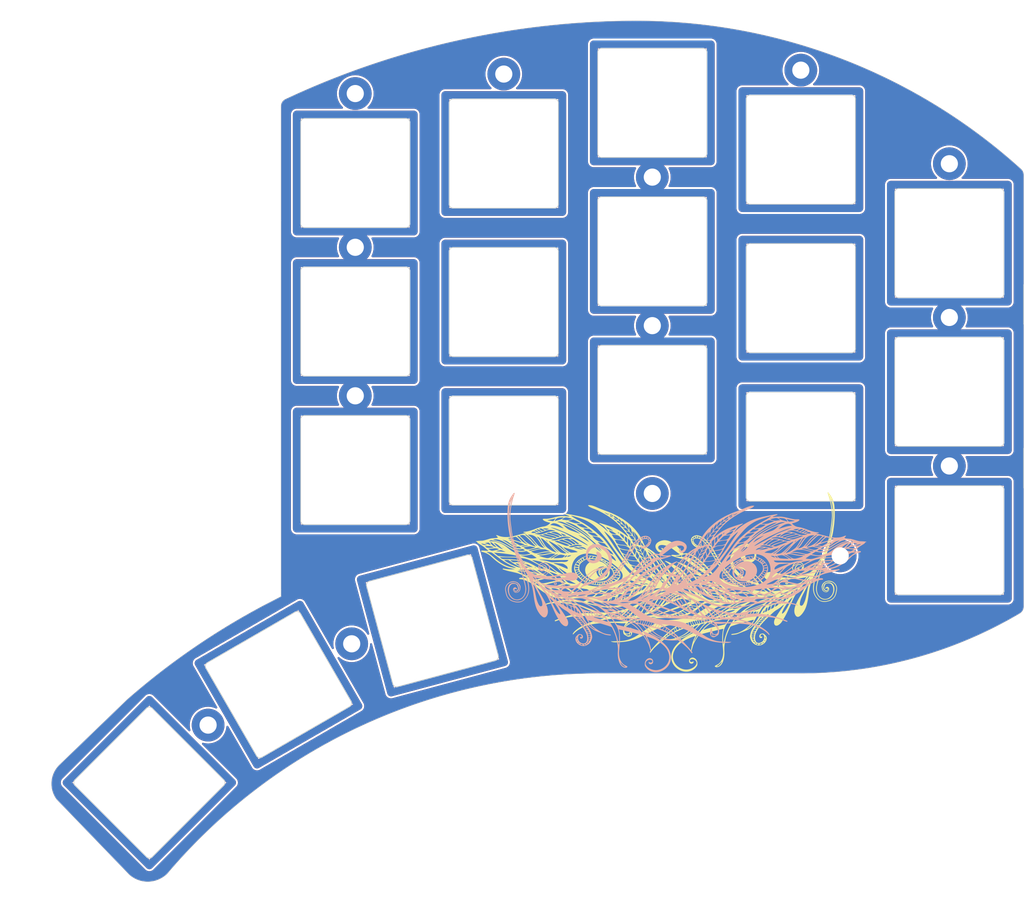
<source format=kicad_pcb>
(kicad_pcb (version 20221018) (generator pcbnew)
  (layers (0 "F.Cu" signal) (31 "B.Cu" signal) (34 "B.Paste" user) (35 "F.Paste" user) (36 "B.SilkS" user "B.Silkscreen") (37 "F.SilkS" user "F.Silkscreen") (38 "B.Mask" user) (39 "F.Mask" user) (44 "Edge.Cuts" user))
  (net 0 "")
  (footprint "tako:M2_hole_4.2mm" (layer "F.Cu") (at 140.906339 83.435489)
    (fp_text reference "H103" hide)
    (fp_text value "MountingHole" hide)
    (pad "" thru_hole circle (at 0 0) (size 4.2 4.2) (drill 2.2) (layers "*.Cu" "*.Mask"))
  )
  (footprint "tako:plate_cut_ecs_pad_NIZ" (layer "F.Cu") (at 140.906339 92.960495 90)
    (fp_text reference "SW111")
    (fp_text value "EC_SW" hide)
    (fp_rect (start -7.5 -7.5) (end 7.5 7.5) (stroke (width 1)) (fill none) (layer "F.Cu"))
    (fp_rect (start -7.5 -7.5) (end 7.5 7.5) (stroke (width 1)) (fill none) (layer "B.Cu"))
    (fp_line (start -7 -6.5) (end -7 6.5) (stroke (width 0.1)) (layer "Edge.Cuts"))
    (fp_line (start -6.5 -7) (end 6.5 -7) (stroke (width 0.1)) (layer "Edge.Cuts"))
    (fp_line (start -6.5 7) (end 6.5 7) (stroke (width 0.1)) (layer "Edge.Cuts"))
    (fp_line (start 7 -6.5) (end 7 6.5) (stroke (width 0.1)) (layer "Edge.Cuts"))
    (fp_arc (start -7 -6.5) (mid -6.853553 -6.853553) (end -6.5 -7) (stroke (width 0.1)) (layer "Edge.Cuts"))
    (fp_arc (start -6.5 7) (mid -6.853526 6.853526) (end -7 6.5) (stroke (width 0.1)) (layer "Edge.Cuts"))
    (fp_arc (start 6.5 -7) (mid 6.853524 -6.853524) (end 7 -6.5) (stroke (width 0.1)) (layer "Edge.Cuts"))
    (fp_arc (start 7 6.5) (mid 6.853553 6.853553) (end 6.5 7) (stroke (width 0.1)) (layer "Edge.Cuts"))
  )
  (footprint "tako:plate_cut_ecs_pad_NIZ" (layer "F.Cu") (at 102.806345 36.859995 90)
    (fp_text reference "SW103")
    (fp_text value "EC_SW" hide)
    (fp_rect (start -7.5 -7.5) (end 7.5 7.5) (stroke (width 1)) (fill none) (layer "F.Cu"))
    (fp_rect (start -7.5 -7.5) (end 7.5 7.5) (stroke (width 1)) (fill none) (layer "B.Cu"))
    (fp_line (start -7 -6.5) (end -7 6.5) (stroke (width 0.1)) (layer "Edge.Cuts"))
    (fp_line (start -6.5 -7) (end 6.5 -7) (stroke (width 0.1)) (layer "Edge.Cuts"))
    (fp_line (start -6.5 7) (end 6.5 7) (stroke (width 0.1)) (layer "Edge.Cuts"))
    (fp_line (start 7 -6.5) (end 7 6.5) (stroke (width 0.1)) (layer "Edge.Cuts"))
    (fp_arc (start -7 -6.5) (mid -6.853553 -6.853553) (end -6.5 -7) (stroke (width 0.1)) (layer "Edge.Cuts"))
    (fp_arc (start -6.5 7) (mid -6.853526 6.853526) (end -7 6.5) (stroke (width 0.1)) (layer "Edge.Cuts"))
    (fp_arc (start 6.5 -7) (mid 6.853524 -6.853524) (end 7 -6.5) (stroke (width 0.1)) (layer "Edge.Cuts"))
    (fp_arc (start 7 6.5) (mid 6.853553 6.853553) (end 6.5 7) (stroke (width 0.1)) (layer "Edge.Cuts"))
  )
  (footprint "tako:M2_hole_4.2mm" (layer "F.Cu") (at 140.90635 64.38549)
    (fp_text reference "H102" hide)
    (fp_text value "MountingHole" hide)
    (pad "" thru_hole circle (at 0 0) (size 4.2 4.2) (drill 2.2) (layers "*.Cu" "*.Mask"))
  )
  (footprint "tako:M2_hole_4.2mm" (layer "F.Cu") (at 45.82999 116.671093)
    (fp_text reference "H18" hide)
    (fp_text value "MountingHole" hide)
    (pad "" thru_hole circle (at 0 0) (size 4.2 4.2) (drill 2.2) (layers "*.Cu" "*.Mask"))
  )
  (footprint "tako:plate_cut_ecs_pad_NIZ" (layer "F.Cu") (at 64.706339 45.859993 90)
    (fp_text reference "SW105")
    (fp_text value "EC_SW" hide)
    (fp_rect (start -7.5 -7.5) (end 7.5 7.5) (stroke (width 1)) (fill none) (layer "F.Cu"))
    (fp_rect (start -7.5 -7.5) (end 7.5 7.5) (stroke (width 1)) (fill none) (layer "B.Cu"))
    (fp_line (start -7 -6.5) (end -7 6.5) (stroke (width 0.1)) (layer "Edge.Cuts"))
    (fp_line (start -6.5 -7) (end 6.5 -7) (stroke (width 0.1)) (layer "Edge.Cuts"))
    (fp_line (start -6.5 7) (end 6.5 7) (stroke (width 0.1)) (layer "Edge.Cuts"))
    (fp_line (start 7 -6.5) (end 7 6.5) (stroke (width 0.1)) (layer "Edge.Cuts"))
    (fp_arc (start -7 -6.5) (mid -6.853553 -6.853553) (end -6.5 -7) (stroke (width 0.1)) (layer "Edge.Cuts"))
    (fp_arc (start -6.5 7) (mid -6.853526 6.853526) (end -7 6.5) (stroke (width 0.1)) (layer "Edge.Cuts"))
    (fp_arc (start 6.5 -7) (mid 6.853524 -6.853524) (end 7 -6.5) (stroke (width 0.1)) (layer "Edge.Cuts"))
    (fp_arc (start 7 6.5) (mid 6.853553 6.853553) (end 6.5 7) (stroke (width 0.1)) (layer "Edge.Cuts"))
  )
  (footprint "tako:M2_hole_4.2mm" (layer "F.Cu") (at 64.706339 35.666056)
    (fp_text reference "H110" hide)
    (fp_text value "MountingHole" hide)
    (pad "" thru_hole circle (at 0 0) (size 4.2 4.2) (drill 2.2) (layers "*.Cu" "*.Mask"))
  )
  (footprint "tako:plate_cut_ecs_pad_NIZ" (layer "F.Cu") (at 83.75634 43.360003 90)
    (fp_text reference "SW104")
    (fp_text value "EC_SW" hide)
    (fp_rect (start -7.5 -7.5) (end 7.5 7.5) (stroke (width 1)) (fill none) (layer "F.Cu"))
    (fp_rect (start -7.5 -7.5) (end 7.5 7.5) (stroke (width 1)) (fill none) (layer "B.Cu"))
    (fp_line (start -7 -6.5) (end -7 6.5) (stroke (width 0.1)) (layer "Edge.Cuts"))
    (fp_line (start -6.5 -7) (end 6.5 -7) (stroke (width 0.1)) (layer "Edge.Cuts"))
    (fp_line (start -6.5 7) (end 6.5 7) (stroke (width 0.1)) (layer "Edge.Cuts"))
    (fp_line (start 7 -6.5) (end 7 6.5) (stroke (width 0.1)) (layer "Edge.Cuts"))
    (fp_arc (start -7 -6.5) (mid -6.853553 -6.853553) (end -6.5 -7) (stroke (width 0.1)) (layer "Edge.Cuts"))
    (fp_arc (start -6.5 7) (mid -6.853526 6.853526) (end -7 6.5) (stroke (width 0.1)) (layer "Edge.Cuts"))
    (fp_arc (start 6.5 -7) (mid 6.853524 -6.853524) (end 7 -6.5) (stroke (width 0.1)) (layer "Edge.Cuts"))
    (fp_arc (start 7 6.5) (mid 6.853553 6.853553) (end 6.5 7) (stroke (width 0.1)) (layer "Edge.Cuts"))
  )
  (footprint "tako:M2_hole_4.2mm" (layer "F.Cu") (at 102.806338 86.959989)
    (fp_text reference "H108" hide)
    (fp_text value "MountingHole" hide)
    (pad "" thru_hole circle (at 0 0) (size 4.2 4.2) (drill 2.2) (layers "*.Cu" "*.Mask"))
  )
  (footprint "tako:plate_cut_ecs_pad_NIZ" (layer "F.Cu") (at 38.296377 124.047384 -135)
    (fp_text reference "SW116")
    (fp_text value "EC_SW" hide)
    (fp_rect (start -7.5 -7.5) (end 7.5 7.5) (stroke (width 1)) (fill none) (layer "F.Cu"))
    (fp_rect (start -7.5 -7.5) (end 7.5 7.5) (stroke (width 1)) (fill none) (layer "B.Cu"))
    (fp_line (start -7 -6.5) (end -7 6.5) (stroke (width 0.1)) (layer "Edge.Cuts"))
    (fp_line (start -6.5 -7) (end 6.5 -7) (stroke (width 0.1)) (layer "Edge.Cuts"))
    (fp_line (start -6.5 7) (end 6.5 7) (stroke (width 0.1)) (layer "Edge.Cuts"))
    (fp_line (start 7 -6.5) (end 7 6.5) (stroke (width 0.1)) (layer "Edge.Cuts"))
    (fp_arc (start -7 -6.5) (mid -6.853553 -6.853553) (end -6.5 -7) (stroke (width 0.1)) (layer "Edge.Cuts"))
    (fp_arc (start -6.5 7) (mid -6.853525 6.853526) (end -7 6.5) (stroke (width 0.1)) (layer "Edge.Cuts"))
    (fp_arc (start 6.5 -7) (mid 6.853524 -6.853524) (end 7 -6.5) (stroke (width 0.1)) (layer "Edge.Cuts"))
    (fp_arc (start 7 6.5) (mid 6.853554 6.853553) (end 6.5 7) (stroke (width 0.1)) (layer "Edge.Cuts"))
  )
  (footprint "tako:M2_hole_4.2mm" (layer "F.Cu") (at 126.906338 94.960499)
    (fp_text reference "H105" hide)
    (fp_text value "MountingHole" hide)
    (pad "" thru_hole circle (at 0 0) (size 4.2 4.2) (drill 2.2) (layers "*.Cu" "*.Mask"))
  )
  (footprint "tako:M2_hole_4.2mm" (layer "F.Cu") (at 64.706342 74.434994)
    (fp_text reference "H112" hide)
    (fp_text value "MountingHole" hide)
    (pad "" thru_hole circle (at 0 0) (size 4.2 4.2) (drill 2.2) (layers "*.Cu" "*.Mask"))
  )
  (footprint "tako:M2_hole_4.2mm" (layer "F.Cu") (at 64.24799 106.243093 -22.5)
    (fp_text reference "H113" hide)
    (fp_text value "MountingHole" hide)
    (pad "" thru_hole circle (at 0 0 337.5) (size 4.2 4.2) (drill 2.2) (layers "*.Cu" "*.Mask"))
  )
  (footprint "tako:M2_hole_4.2mm" (layer "F.Cu") (at 121.85634 32.666056)
    (fp_text reference "H104" hide)
    (fp_text value "MountingHole" hide)
    (pad "" thru_hole circle (at 0 0) (size 4.2 4.2) (drill 2.2) (layers "*.Cu" "*.Mask"))
  )
  (footprint "tako:M2_hole_4.2mm" (layer "F.Cu") (at 102.806347 65.434996)
    (fp_text reference "H107" hide)
    (fp_text value "MountingHole" hide)
    (pad "" thru_hole circle (at 0 0) (size 4.2 4.2) (drill 2.2) (layers "*.Cu" "*.Mask"))
  )
  (footprint "personal-logo:peacock-medium" (layer "F.Cu") (at 105.251834 98.289598 105)
    (fp_text reference "L1" (at 0 0 105) (layer "F.SilkS") (effects (font (size 1.524 1.524) (thickness 0.3))))
    (fp_text value "Art" hide)
  )
  (footprint "tako:plate_cut_ecs_pad_NIZ" (layer "F.Cu") (at 83.756343 81.459993 90)
    (fp_text reference "SW114")
    (fp_text value "EC_SW" hide)
    (fp_rect (start -7.5 -7.5) (end 7.5 7.5) (stroke (width 1)) (fill none) (layer "F.Cu"))
    (fp_rect (start -7.5 -7.5) (end 7.5 7.5) (stroke (width 1)) (fill none) (layer "B.Cu"))
    (fp_line (start -7 -6.5) (end -7 6.5) (stroke (width 0.1)) (layer "Edge.Cuts"))
    (fp_line (start -6.5 -7) (end 6.5 -7) (stroke (width 0.1)) (layer "Edge.Cuts"))
    (fp_line (start -6.5 7) (end 6.5 7) (stroke (width 0.1)) (layer "Edge.Cuts"))
    (fp_line (start 7 -6.5) (end 7 6.5) (stroke (width 0.1)) (layer "Edge.Cuts"))
    (fp_arc (start -7 -6.5) (mid -6.853553 -6.853553) (end -6.5 -7) (stroke (width 0.1)) (layer "Edge.Cuts"))
    (fp_arc (start -6.5 7) (mid -6.853526 6.853526) (end -7 6.5) (stroke (width 0.1)) (layer "Edge.Cuts"))
    (fp_arc (start 6.5 -7) (mid 6.853524 -6.853524) (end 7 -6.5) (stroke (width 0.1)) (layer "Edge.Cuts"))
    (fp_arc (start 7 6.5) (mid 6.853553 6.853553) (end 6.5 7) (stroke (width 0.1)) (layer "Edge.Cuts"))
  )
  (footprint "tako:plate_cut_ecs_pad_NIZ" (layer "F.Cu") (at 121.856339 61.910496 90)
    (fp_text reference "SW107")
    (fp_text value "EC_SW" hide)
    (fp_rect (start -7.5 -7.5) (end 7.5 7.5) (stroke (width 1)) (fill none) (layer "F.Cu"))
    (fp_rect (start -7.5 -7.5) (end 7.5 7.5) (stroke (width 1)) (fill none) (layer "B.Cu"))
    (fp_line (start -7 -6.5) (end -7 6.5) (stroke (width 0.1)) (layer "Edge.Cuts"))
    (fp_line (start -6.5 -7) (end 6.5 -7) (stroke (width 0.1)) (layer "Edge.Cuts"))
    (fp_line (start -6.5 7) (end 6.5 7) (stroke (width 0.1)) (layer "Edge.Cuts"))
    (fp_line (start 7 -6.5) (end 7 6.5) (stroke (width 0.1)) (layer "Edge.Cuts"))
    (fp_arc (start -7 -6.5) (mid -6.853553 -6.853553) (end -6.5 -7) (stroke (width 0.1)) (layer "Edge.Cuts"))
    (fp_arc (start -6.5 7) (mid -6.853526 6.853526) (end -7 6.5) (stroke (width 0.1)) (layer "Edge.Cuts"))
    (fp_arc (start 6.5 -7) (mid 6.853524 -6.853524) (end 7 -6.5) (stroke (width 0.1)) (layer "Edge.Cuts"))
    (fp_arc (start 7 6.5) (mid 6.853553 6.853553) (end 6.5 7) (stroke (width 0.1)) (layer "Edge.Cuts"))
  )
  (footprint "tako:plate_cut_ecs_pad_NIZ" (layer "F.Cu") (at 121.856343 42.860499 90)
    (fp_text reference "SW102")
    (fp_text value "EC_SW" hide)
    (fp_rect (start -7.5 -7.5) (end 7.5 7.5) (stroke (width 1)) (fill none) (layer "F.Cu"))
    (fp_rect (start -7.5 -7.5) (end 7.5 7.5) (stroke (width 1)) (fill none) (layer "B.Cu"))
    (fp_line (start -7 -6.5) (end -7 6.5) (stroke (width 0.1)) (layer "Edge.Cuts"))
    (fp_line (start -6.5 -7) (end 6.5 -7) (stroke (width 0.1)) (layer "Edge.Cuts"))
    (fp_line (start -6.5 7) (end 6.5 7) (stroke (width 0.1)) (layer "Edge.Cuts"))
    (fp_line (start 7 -6.5) (end 7 6.5) (stroke (width 0.1)) (layer "Edge.Cuts"))
    (fp_arc (start -7 -6.5) (mid -6.853553 -6.853553) (end -6.5 -7) (stroke (width 0.1)) (layer "Edge.Cuts"))
    (fp_arc (start -6.5 7) (mid -6.853526 6.853526) (end -7 6.5) (stroke (width 0.1)) (layer "Edge.Cuts"))
    (fp_arc (start 6.5 -7) (mid 6.853524 -6.853524) (end 7 -6.5) (stroke (width 0.1)) (layer "Edge.Cuts"))
    (fp_arc (start 7 6.5) (mid 6.853553 6.853553) (end 6.5 7) (stroke (width 0.1)) (layer "Edge.Cuts"))
  )
  (footprint "tako:M2_hole_4.2mm" (layer "F.Cu") (at 140.906345 44.666058)
    (fp_text reference "H101" hide)
    (fp_text value "MountingHole" hide)
    (pad "" thru_hole circle (at 0 0) (size 4.2 4.2) (drill 2.2) (layers "*.Cu" "*.Mask"))
  )
  (footprint "tako:plate_cut_ecs_pad_NIZ" (layer "F.Cu") (at 74.603297 103.300695 -165)
    (fp_text reference "SW118")
    (fp_text value "EC_SW" hide)
    (fp_rect (start -7.5 -7.5) (end 7.5 7.5) (stroke (width 1)) (fill none) (layer "F.Cu"))
    (fp_rect (start -7.5 -7.5) (end 7.5 7.5) (stroke (width 1)) (fill none) (layer "B.Cu"))
    (fp_line (start -7 -6.5) (end -7 6.5) (stroke (width 0.1)) (layer "Edge.Cuts"))
    (fp_line (start -6.5 -7) (end 6.5 -7) (stroke (width 0.1)) (layer "Edge.Cuts"))
    (fp_line (start -6.5 7) (end 6.5 7) (stroke (width 0.1)) (layer "Edge.Cuts"))
    (fp_line (start 7 -6.5) (end 7 6.5) (stroke (width 0.1)) (layer "Edge.Cuts"))
    (fp_arc (start -7 -6.5) (mid -6.853554 -6.853553) (end -6.5 -7) (stroke (width 0.1)) (layer "Edge.Cuts"))
    (fp_arc (start -6.5 7) (mid -6.853525 6.853526) (end -7 6.5) (stroke (width 0.1)) (layer "Edge.Cuts"))
    (fp_arc (start 6.5 -7) (mid 6.853524 -6.853524) (end 7 -6.5) (stroke (width 0.1)) (layer "Edge.Cuts"))
    (fp_arc (start 7 6.5) (mid 6.853553 6.853553) (end 6.5 7) (stroke (width 0.1)) (layer "Edge.Cuts"))
  )
  (footprint "tako:plate_cut_ecs_pad_NIZ" (layer "F.Cu") (at 83.756338 62.409992 90)
    (fp_text reference "SW109")
    (fp_text value "EC_SW" hide)
    (fp_rect (start -7.5 -7.5) (end 7.5 7.5) (stroke (width 1)) (fill none) (layer "F.Cu"))
    (fp_rect (start -7.5 -7.5) (end 7.5 7.5) (stroke (width 1)) (fill none) (layer "B.Cu"))
    (fp_line (start -7 -6.5) (end -7 6.5) (stroke (width 0.1)) (layer "Edge.Cuts"))
    (fp_line (start -6.5 -7) (end 6.5 -7) (stroke (width 0.1)) (layer "Edge.Cuts"))
    (fp_line (start -6.5 7) (end 6.5 7) (stroke (width 0.1)) (layer "Edge.Cuts"))
    (fp_line (start 7 -6.5) (end 7 6.5) (stroke (width 0.1)) (layer "Edge.Cuts"))
    (fp_arc (start -7 -6.5) (mid -6.853553 -6.853553) (end -6.5 -7) (stroke (width 0.1)) (layer "Edge.Cuts"))
    (fp_arc (start -6.5 7) (mid -6.853526 6.853526) (end -7 6.5) (stroke (width 0.1)) (layer "Edge.Cuts"))
    (fp_arc (start 6.5 -7) (mid 6.853524 -6.853524) (end 7 -6.5) (stroke (width 0.1)) (layer "Edge.Cuts"))
    (fp_arc (start 7 6.5) (mid 6.853553 6.853553) (end 6.5 7) (stroke (width 0.1)) (layer "Edge.Cuts"))
  )
  (footprint "tako:plate_cut_ecs_pad_NIZ" (layer "F.Cu") (at 121.856338 80.960495 90)
    (fp_text reference "SW112")
    (fp_text value "EC_SW" hide)
    (fp_rect (start -7.5 -7.5) (end 7.5 7.5) (stroke (width 1)) (fill none) (layer "F.Cu"))
    (fp_rect (start -7.5 -7.5) (end 7.5 7.5) (stroke (width 1)) (fill none) (layer "B.Cu"))
    (fp_line (start -7 -6.5) (end -7 6.5) (stroke (width 0.1)) (layer "Edge.Cuts"))
    (fp_line (start -6.5 -7) (end 6.5 -7) (stroke (width 0.1)) (layer "Edge.Cuts"))
    (fp_line (start -6.5 7) (end 6.5 7) (stroke (width 0.1)) (layer "Edge.Cuts"))
    (fp_line (start 7 -6.5) (end 7 6.5) (stroke (width 0.1)) (layer "Edge.Cuts"))
    (fp_arc (start -7 -6.5) (mid -6.853553 -6.853553) (end -6.5 -7) (stroke (width 0.1)) (layer "Edge.Cuts"))
    (fp_arc (start -6.5 7) (mid -6.853526 6.853526) (end -7 6.5) (stroke (width 0.1)) (layer "Edge.Cuts"))
    (fp_arc (start 6.5 -7) (mid 6.853524 -6.853524) (end 7 -6.5) (stroke (width 0.1)) (layer "Edge.Cuts"))
    (fp_arc (start 7 6.5) (mid 6.853553 6.853553) (end 6.5 7) (stroke (width 0.1)) (layer "Edge.Cuts"))
  )
  (footprint "tako:plate_cut_ecs_pad_NIZ" (layer "F.Cu") (at 54.856377 111.480384 -150)
    (fp_text reference "SW117")
    (fp_text value "EC_SW" hide)
    (fp_rect (start -7.5 -7.5) (end 7.5 7.5) (stroke (width 1)) (fill none) (layer "F.Cu"))
    (fp_rect (start -7.5 -7.5) (end 7.5 7.5) (stroke (width 1)) (fill none) (layer "B.Cu"))
    (fp_line (start -7 -6.5) (end -7 6.5) (stroke (width 0.1)) (layer "Edge.Cuts"))
    (fp_line (start -6.5 -7) (end 6.5 -7) (stroke (width 0.1)) (layer "Edge.Cuts"))
    (fp_line (start -6.5 7) (end 6.5 7) (stroke (width 0.1)) (layer "Edge.Cuts"))
    (fp_line (start 7 -6.5) (end 7 6.5) (stroke (width 0.1)) (layer "Edge.Cuts"))
    (fp_arc (start -7 -6.5) (mid -6.853553 -6.853553) (end -6.5 -7) (stroke (width 0.1)) (layer "Edge.Cuts"))
    (fp_arc (start -6.5 7) (mid -6.853525 6.853526) (end -7 6.5) (stroke (width 0.1)) (layer "Edge.Cuts"))
    (fp_arc (start 6.5 -7) (mid 6.853524 -6.853524) (end 7 -6.5) (stroke (width 0.1)) (layer "Edge.Cuts"))
    (fp_arc (start 7 6.5) (mid 6.853553 6.853553) (end 6.5 7) (stroke (width 0.1)) (layer "Edge.Cuts"))
  )
  (footprint "tako:M2_hole_4.2mm" (layer "F.Cu") (at 83.756337 33.166058)
    (fp_text reference "H109" hide)
    (fp_text value "MountingHole" hide)
    (pad "" thru_hole circle (at 0 0) (size 4.2 4.2) (drill 2.2) (layers "*.Cu" "*.Mask"))
  )
  (footprint "tako:plate_cut_ecs_pad_NIZ" (layer "F.Cu") (at 102.806341 55.909999 90)
    (fp_text reference "SW108")
    (fp_text value "EC_SW" hide)
    (fp_rect (start -7.5 -7.5) (end 7.5 7.5) (stroke (width 1)) (fill none) (layer "F.Cu"))
    (fp_rect (start -7.5 -7.5) (end 7.5 7.5) (stroke (width 1)) (fill none) (layer "B.Cu"))
    (fp_line (start -7 -6.5) (end -7 6.5) (stroke (width 0.1)) (layer "Edge.Cuts"))
    (fp_line (start -6.5 -7) (end 6.5 -7) (stroke (width 0.1)) (layer "Edge.Cuts"))
    (fp_line (start -6.5 7) (end 6.5 7) (stroke (width 0.1)) (layer "Edge.Cuts"))
    (fp_line (start 7 -6.5) (end 7 6.5) (stroke (width 0.1)) (layer "Edge.Cuts"))
    (fp_arc (start -7 -6.5) (mid -6.853553 -6.853553) (end -6.5 -7) (stroke (width 0.1)) (layer "Edge.Cuts"))
    (fp_arc (start -6.5 7) (mid -6.853526 6.853526) (end -7 6.5) (stroke (width 0.1)) (layer "Edge.Cuts"))
    (fp_arc (start 6.5 -7) (mid 6.853524 -6.853524) (end 7 -6.5) (stroke (width 0.1)) (layer "Edge.Cuts"))
    (fp_arc (start 7 6.5) (mid 6.853553 6.853553) (end 6.5 7) (stroke (width 0.1)) (layer "Edge.Cuts"))
  )
  (footprint "tako:plate_cut_ecs_pad_NIZ" (layer "F.Cu") (at 140.906336 73.910494 90)
    (fp_text reference "SW106")
    (fp_text value "EC_SW" hide)
    (fp_rect (start -7.5 -7.5) (end 7.5 7.5) (stroke (width 1)) (fill none) (layer "F.Cu"))
    (fp_rect (start -7.5 -7.5) (end 7.5 7.5) (stroke (width 1)) (fill none) (layer "B.Cu"))
    (fp_line (start -7 -6.5) (end -7 6.5) (stroke (width 0.1)) (layer "Edge.Cuts"))
    (fp_line (start -6.5 -7) (end 6.5 -7) (stroke (width 0.1)) (layer "Edge.Cuts"))
    (fp_line (start -6.5 7) (end 6.5 7) (stroke (width 0.1)) (layer "Edge.Cuts"))
    (fp_line (start 7 -6.5) (end 7 6.5) (stroke (width 0.1)) (layer "Edge.Cuts"))
    (fp_arc (start -7 -6.5) (mid -6.853553 -6.853553) (end -6.5 -7) (stroke (width 0.1)) (layer "Edge.Cuts"))
    (fp_arc (start -6.5 7) (mid -6.853526 6.853526) (end -7 6.5) (stroke (width 0.1)) (layer "Edge.Cuts"))
    (fp_arc (start 6.5 -7) (mid 6.853524 -6.853524) (end 7 -6.5) (stroke (width 0.1)) (layer "Edge.Cuts"))
    (fp_arc (start 7 6.5) (mid 6.853553 6.853553) (end 6.5 7) (stroke (width 0.1)) (layer "Edge.Cuts"))
  )
  (footprint "tako:plate_cut_ecs_pad_NIZ" (layer "F.Cu") (at 140.906348 54.860496 90)
    (fp_text reference "SW101")
    (fp_text value "EC_SW" hide)
    (fp_rect (start -7.5 -7.5) (end 7.5 7.5) (stroke (width 1)) (fill none) (layer "F.Cu"))
    (fp_rect (start -7.5 -7.5) (end 7.5 7.5) (stroke (width 1)) (fill none) (layer "B.Cu"))
    (fp_line (start -7 -6.5) (end -7 6.5) (stroke (width 0.1)) (layer "Edge.Cuts"))
    (fp_line (start -6.5 -7) (end 6.5 -7) (stroke (width 0.1)) (layer "Edge.Cuts"))
    (fp_line (start -6.5 7) (end 6.5 7) (stroke (width 0.1)) (layer "Edge.Cuts"))
    (fp_line (start 7 -6.5) (end 7 6.5) (stroke (width 0.1)) (layer "Edge.Cuts"))
    (fp_arc (start -7 -6.5) (mid -6.853553 -6.853553) (end -6.5 -7) (stroke (width 0.1)) (layer "Edge.Cuts"))
    (fp_arc (start -6.5 7) (mid -6.853526 6.853526) (end -7 6.5) (stroke (width 0.1)) (layer "Edge.Cuts"))
    (fp_arc (start 6.5 -7) (mid 6.853524 -6.853524) (end 7 -6.5) (stroke (width 0.1)) (layer "Edge.Cuts"))
    (fp_arc (start 7 6.5) (mid 6.853553 6.853553) (end 6.5 7) (stroke (width 0.1)) (layer "Edge.Cuts"))
  )
  (footprint "tako:M2_hole_4.2mm" (layer "F.Cu") (at 64.706336 55.384996)
    (fp_text reference "H111" hide)
    (fp_text value "MountingHole" hide)
    (pad "" thru_hole circle (at 0 0) (size 4.2 4.2) (drill 2.2) (layers "*.Cu" "*.Mask"))
  )
  (footprint "tako:plate_cut_ecs_pad_NIZ" (layer "F.Cu") (at 64.706339 83.959995 90)
    (fp_text reference "SW115")
    (fp_text value "EC_SW" hide)
    (fp_rect (start -7.5 -7.5) (end 7.5 7.5) (stroke (width 1)) (fill none) (layer "F.Cu"))
    (fp_rect (start -7.5 -7.5) (end 7.5 7.5) (stroke (width 1)) (fill none) (layer "B.Cu"))
    (fp_line (start -7 -6.5) (end -7 6.5) (stroke (width 0.1)) (layer "Edge.Cuts"))
    (fp_line (start -6.5 -7) (end 6.5 -7) (stroke (width 0.1)) (layer "Edge.Cuts"))
    (fp_line (start -6.5 7) (end 6.5 7) (stroke (width 0.1)) (layer "Edge.Cuts"))
    (fp_line (start 7 -6.5) (end 7 6.5) (stroke (width 0.1)) (layer "Edge.Cuts"))
    (fp_arc (start -7 -6.5) (mid -6.853553 -6.853553) (end -6.5 -7) (stroke (width 0.1)) (layer "Edge.Cuts"))
    (fp_arc (start -6.5 7) (mid -6.853526 6.853526) (end -7 6.5) (stroke (width 0.1)) (layer "Edge.Cuts"))
    (fp_arc (start 6.5 -7) (mid 6.853524 -6.853524) (end 7 -6.5) (stroke (width 0.1)) (layer "Edge.Cuts"))
    (fp_arc (start 7 6.5) (mid 6.853553 6.853553) (end 6.5 7) (stroke (width 0.1)) (layer "Edge.Cuts"))
  )
  (footprint "tako:M2_hole_4.2mm" (layer "F.Cu") (at 102.806346 46.384994)
    (fp_text reference "H106" hide)
    (fp_text value "MountingHole" hide)
    (pad "" thru_hole circle (at 0 0) (size 4.2 4.2) (drill 2.2) (layers "*.Cu" "*.Mask"))
  )
  (footprint "tako:plate_cut_ecs_pad_NIZ" (layer "F.Cu") (at 102.80634 74.959989 90)
    (fp_text reference "SW113")
    (fp_text value "EC_SW" hide)
    (fp_rect (start -7.5 -7.5) (end 7.5 7.5) (stroke (width 1)) (fill none) (layer "F.Cu"))
    (fp_rect (start -7.5 -7.5) (end 7.5 7.5) (stroke (width 1)) (fill none) (layer "B.Cu"))
    (fp_line (start -7 -6.5) (end -7 6.5) (stroke (width 0.1)) (layer "Edge.Cuts"))
    (fp_line (start -6.5 -7) (end 6.5 -7) (stroke (width 0.1)) (layer "Edge.Cuts"))
    (fp_line (start -6.5 7) (end 6.5 7) (stroke (width 0.1)) (layer "Edge.Cuts"))
    (fp_line (start 7 -6.5) (end 7 6.5) (stroke (width 0.1)) (layer "Edge.Cuts"))
    (fp_arc (start -7 -6.5) (mid -6.853553 -6.853553) (end -6.5 -7) (stroke (width 0.1)) (layer "Edge.Cuts"))
    (fp_arc (start -6.5 7) (mid -6.853526 6.853526) (end -7 6.5) (stroke (width 0.1)) (layer "Edge.Cuts"))
    (fp_arc (start 6.5 -7) (mid 6.853524 -6.853524) (end 7 -6.5) (stroke (width 0.1)) (layer "Edge.Cuts"))
    (fp_arc (start 7 6.5) (mid 6.853553 6.853553) (end 6.5 7) (stroke (width 0.1)) (layer "Edge.Cuts"))
  )
  (footprint "tako:plate_cut_ecs_pad_NIZ" (layer "F.Cu") (at 64.70634 64.909997 90)
    (fp_text reference "SW110")
    (fp_text value "EC_SW" hide)
    (fp_rect (start -7.5 -7.5) (end 7.5 7.5) (stroke (width 1)) (fill none) (layer "F.Cu"))
    (fp_rect (start -7.5 -7.5) (end 7.5 7.5) (stroke (width 1)) (fill none) (layer "B.Cu"))
    (fp_line (start -7 -6.5) (end -7 6.5) (stroke (width 0.1)) (layer "Edge.Cuts"))
    (fp_line (start -6.5 -7) (end 6.5 -7) (stroke (width 0.1)) (layer "Edge.Cuts"))
    (fp_line (start -6.5 7) (end 6.5 7) (stroke (width 0.1)) (layer "Edge.Cuts"))
    (fp_line (start 7 -6.5) (end 7 6.5) (stroke (width 0.1)) (layer "Edge.Cuts"))
    (fp_arc (start -7 -6.5) (mid -6.853553 -6.853553) (end -6.5 -7) (stroke (width 0.1)) (layer "Edge.Cuts"))
    (fp_arc (start -6.5 7) (mid -6.853526 6.853526) (end -7 6.5) (stroke (width 0.1)) (layer "Edge.Cuts"))
    (fp_arc (start 6.5 -7) (mid 6.853524 -6.853524) (end 7 -6.5) (stroke (width 0.1)) (layer "Edge.Cuts"))
    (fp_arc (start 7 6.5) (mid 6.853553 6.853553) (end 6.5 7) (stroke (width 0.1)) (layer "Edge.Cuts"))
  )
  (footprint "personal-logo:peacock-medium" (layer "B.Cu") (at 105.180835 98.360054 75)
    (fp_text reference "L2" (at 0 0 75) (layer "B.SilkS") (effects (font (size 1.524 1.524) (thickness 0.3)) (justify mirror)))
    (fp_text value "Art" hide)
  )
  (gr_line (start 55.18217 100.170078) (end 53.182169 101.202258) (stroke (width 0.05)) (layer "Edge.Cuts"))
  (gr_arc (start 150.107141 45.349091) (mid 150.346476 45.68338) (end 150.430939 46.085746) (stroke (width 0.05)) (layer "Edge.Cuts"))
  (gr_line (start 150.430942 65.246058) (end 150.430942 60.166057) (stroke (width 0.1)) (layer "Edge.Cuts"))
  (gr_arc (start 40.579026 135.740784) (mid 38.189867 136.751583) (end 35.746711 135.879352) (stroke (width 0.05)) (layer "Edge.Cuts"))
  (gr_line (start 35.746711 135.879352) (end 26.387469 126.180595) (stroke (width 0.05)) (layer "Edge.Cuts"))
  (gr_arc (start 100.806597 26.334574) (mid 127.226742 31.252932) (end 150.107141 45.349091) (stroke (width 0.05)) (layer "Edge.Cuts"))
  (gr_arc (start 26.387469 126.180595) (mid 25.755966 123.864885) (end 26.817897 121.712302) (stroke (width 0.05)) (layer "Edge.Cuts"))
  (gr_line (start 150.430947 101.485646) (end 150.430939 86.246058) (stroke (width 0.05)) (layer "Edge.Cuts"))
  (gr_arc (start 149.957548 102.335002) (mid 136.424833 108.075873) (end 121.856035 110.035989) (stroke (width 0.05)) (layer "Edge.Cuts"))
  (gr_arc (start 150.430947 101.485646) (mid 150.304614 101.971836) (end 149.957548 102.335002) (stroke (width 0.05)) (layer "Edge.Cuts"))
  (gr_line (start 121.856035 110.035989) (end 95.794156 110.035649) (stroke (width 0.05)) (layer "Edge.Cuts"))
  (gr_arc (start 40.579027 135.740785) (mid 65.363051 116.823198) (end 95.794156 110.03565) (stroke (width 0.05)) (layer "Edge.Cuts"))
  (gr_line (start 35.489437 113.346815) (end 26.817897 121.712302) (stroke (width 0.05)) (layer "Edge.Cuts"))
  (gr_arc (start 55.757144 36.379092) (mid 77.728776 28.876213) (end 100.806597 26.334574) (stroke (width 0.05)) (layer "Edge.Cuts"))
  (gr_line (start 55.181887 37.284664) (end 55.181884 51.980529) (stroke (width 0.05)) (layer "Edge.Cuts"))
  (gr_line (start 55.18217 99.292261) (end 55.181884 51.980529) (stroke (width 0.05)) (layer "Edge.Cuts"))
  (gr_arc (start 35.489437 113.346815) (mid 43.980873 106.757459) (end 53.182169 101.202258) (stroke (width 0.05)) (layer "Edge.Cuts"))
  (gr_line (start 150.430939 86.246058) (end 150.43094 81.166057) (stroke (width 0.1)) (layer "Edge.Cuts"))
  (gr_line (start 150.430942 60.166057) (end 150.430939 46.085746) (stroke (width 0.05)) (layer "Edge.Cuts"))
  (gr_line (start 55.18217 99.292261) (end 55.18217 100.170078) (stroke (width 0.05)) (layer "Edge.Cuts"))
  (gr_arc (start 55.181887 37.284664) (mid 55.33784 36.748228) (end 55.757144 36.379092) (stroke (width 0.05)) (layer "Edge.Cuts"))
  (gr_line (start 150.430942 65.246058) (end 150.43094 81.166057) (stroke (width 0.05)) (layer "Edge.Cuts"))
  (gr_text "TAKO 36\nREV 1.0\nBY SSBB\nMOD HarshitGoel96" (at 85.726834 106.464598) (layer "F.Cu") (effects (font (size 0.8 0.8)) (justify left)))
  (zone (net 0) (net_name "") (layers "F&B.Cu") (connect_pads (clearance 0.254)) (min_thickness 0.254) (fill yes (thermal_gap 0.256) (thermal_bridge_width 0.256))
    (polygon (pts (xy 150.501779 23.666057) (xy 36.001781 23.666057) (xy 19.137468 142.080596) (xy 150.50178 124.666058)))
  )
)
</source>
